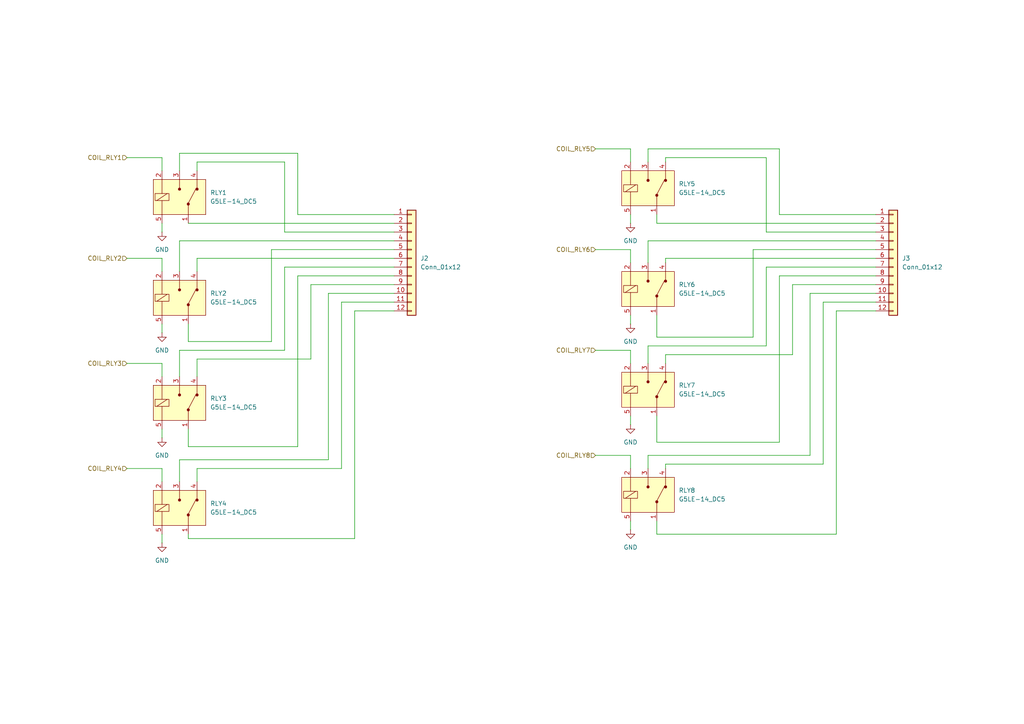
<source format=kicad_sch>
(kicad_sch (version 20231120) (generator "eeschema") (generator_version "8.0")
  (paper "A4")
  (lib_symbols
    (symbol "Connector_Generic:Conn_01x12" (pin_names (offset 1.016) hide)
      (property "Reference" "J" (at 0 15.24 0))
      (property "Value" "Conn_01x12" (at 0 -17.78 0))
      (symbol "Conn_01x12_1_1"
        (rectangle (start -1.27 -15.113) (end 0 -15.367) (stroke (width 0.1524)))
        (rectangle (start -1.27 -12.573) (end 0 -12.827) (stroke (width 0.1524)))
        (rectangle (start -1.27 -10.033) (end 0 -10.287) (stroke (width 0.1524)))
        (rectangle (start -1.27 -7.493) (end 0 -7.747) (stroke (width 0.1524)))
        (rectangle (start -1.27 -4.953) (end 0 -5.207) (stroke (width 0.1524)))
        (rectangle (start -1.27 -2.413) (end 0 -2.667) (stroke (width 0.1524)))
        (rectangle (start -1.27 0.127) (end 0 -0.127) (stroke (width 0.1524)))
        (rectangle (start -1.27 2.667) (end 0 2.413) (stroke (width 0.1524)))
        (rectangle (start -1.27 5.207) (end 0 4.953) (stroke (width 0.1524)))
        (rectangle (start -1.27 7.747) (end 0 7.493) (stroke (width 0.1524)))
        (rectangle (start -1.27 10.287) (end 0 10.033) (stroke (width 0.1524)))
        (rectangle (start -1.27 12.827) (end 0 12.573) (stroke (width 0.1524)))
        (rectangle (start -1.27 13.97) (end 1.27 -16.51) (stroke (width 0.254)) (fill (type background)))
        (pin passive line (at -5.08 12.7 0) (length 3.81) (name "Pin_1") (number "1"))
        (pin passive line (at -5.08 -10.16 0) (length 3.81) (name "Pin_10") (number "10"))
        (pin passive line (at -5.08 -12.7 0) (length 3.81) (name "Pin_11") (number "11"))
        (pin passive line (at -5.08 -15.24 0) (length 3.81) (name "Pin_12") (number "12"))
        (pin passive line (at -5.08 10.16 0) (length 3.81) (name "Pin_2") (number "2"))
        (pin passive line (at -5.08 7.62 0) (length 3.81) (name "Pin_3") (number "3"))
        (pin passive line (at -5.08 5.08 0) (length 3.81) (name "Pin_4") (number "4"))
        (pin passive line (at -5.08 2.54 0) (length 3.81) (name "Pin_5") (number "5"))
        (pin passive line (at -5.08 0 0) (length 3.81) (name "Pin_6") (number "6"))
        (pin passive line (at -5.08 -2.54 0) (length 3.81) (name "Pin_7") (number "7"))
        (pin passive line (at -5.08 -5.08 0) (length 3.81) (name "Pin_8") (number "8"))
        (pin passive line (at -5.08 -7.62 0) (length 3.81) (name "Pin_9") (number "9"))
      )
    )
    (symbol "dk_Power-Relays-Over-2-Amps:G5LE-14_DC5" (pin_names (offset 0) hide)
      (property "Reference" "RLY" (at -8.636 6.858 0))
      (property "Value" "G5LE-14_DC5" (at -8.89 5.08 90))
      (symbol "G5LE-14_DC5_0_1"
        (rectangle (start -7.62 5.08) (end 7.62 -5.08) (fill (type background)))
        (rectangle (start -7.112 1.016) (end -3.048 -1.016))
        (polyline (pts (xy -6.604 -1.016) (xy -3.556 1.016)))
        (polyline (pts (xy -5.08 -5.08) (xy -5.08 -1.016)))
        (polyline (pts (xy -5.08 5.08) (xy -5.08 1.016)))
        (polyline (pts (xy 0 5.08) (xy 0 2.54)))
        (polyline (pts (xy 2.54 -5.08) (xy 2.54 -2.286)))
        (polyline (pts (xy 2.54 -1.778) (xy 4.826 2.54)))
        (polyline (pts (xy 5.08 5.08) (xy 5.08 2.54)))
        (circle (center 0 2.286) (radius 0.3556) (fill (type outline)))
        (circle (center 2.54 -2.032) (radius 0.3556) (fill (type outline)))
        (circle (center 5.08 2.286) (radius 0.3556) (fill (type outline)))
      )
      (symbol "G5LE-14_DC5_1_1"
        (pin passive line (at 2.54 -7.62 90) (length 2.54) (name "COM") (number "1"))
        (pin passive line (at -5.08 7.62 270) (length 2.54) (name "COIL") (number "2"))
        (pin passive line (at 0 7.62 270) (length 2.54) (name "NO") (number "3"))
        (pin passive line (at 5.08 7.62 270) (length 2.54) (name "NC") (number "4"))
        (pin passive line (at -5.08 -7.62 90) (length 2.54) (name "COIL") (number "5"))
      )
    )
    (symbol "power:GND" (power) (pin_numbers hide) (pin_names (offset 0) hide)
      (property "Value" "GND" (at 0 -3.81 0))
      (symbol "GND_0_1"
        (polyline (pts (xy 0 0) (xy 0 -1.27) (xy 1.27 -1.27) (xy 0 -2.54) (xy -1.27 -1.27) (xy 0 -1.27)))
      )
      (symbol "GND_1_1"
        (pin power_in line (at 0 0 270) (length 0) (name "~") (number "1"))
      )
    )
  )
  (wire (pts (xy 78.74 72.39) (xy 114.3 72.39)))
  (wire (pts (xy 46.99 64.77) (xy 46.99 67.31)))
  (wire (pts (xy 190.5 64.77) (xy 254 64.77)))
  (wire (pts (xy 52.07 44.45) (xy 86.36 44.45)))
  (wire (pts (xy 187.96 69.85) (xy 187.96 76.2)))
  (wire (pts (xy 190.5 151.13) (xy 190.5 154.94)))
  (wire (pts (xy 172.72 132.08) (xy 182.88 132.08)))
  (wire (pts (xy 86.36 44.45) (xy 86.36 62.23)))
  (wire (pts (xy 187.96 100.33) (xy 222.25 100.33)))
  (wire (pts (xy 54.61 154.94) (xy 54.61 156.21)))
  (wire (pts (xy 226.06 43.18) (xy 226.06 62.23)))
  (wire (pts (xy 95.25 85.09) (xy 114.3 85.09)))
  (wire (pts (xy 218.44 97.79) (xy 218.44 72.39)))
  (wire (pts (xy 234.95 85.09) (xy 254 85.09)))
  (wire (pts (xy 226.06 80.01) (xy 254 80.01)))
  (wire (pts (xy 57.15 139.7) (xy 57.15 135.89)))
  (wire (pts (xy 226.06 62.23) (xy 254 62.23)))
  (wire (pts (xy 54.61 129.54) (xy 86.36 129.54)))
  (wire (pts (xy 36.83 74.93) (xy 46.99 74.93)))
  (wire (pts (xy 218.44 72.39) (xy 254 72.39)))
  (wire (pts (xy 57.15 109.22) (xy 57.15 104.14)))
  (wire (pts (xy 238.76 134.62) (xy 238.76 87.63)))
  (wire (pts (xy 82.55 67.31) (xy 114.3 67.31)))
  (wire (pts (xy 222.25 100.33) (xy 222.25 77.47)))
  (wire (pts (xy 46.99 135.89) (xy 46.99 139.7)))
  (wire (pts (xy 190.5 62.23) (xy 190.5 64.77)))
  (wire (pts (xy 238.76 87.63) (xy 254 87.63)))
  (wire (pts (xy 172.72 43.18) (xy 182.88 43.18)))
  (wire (pts (xy 102.87 90.17) (xy 114.3 90.17)))
  (wire (pts (xy 82.55 77.47) (xy 114.3 77.47)))
  (wire (pts (xy 190.5 97.79) (xy 218.44 97.79)))
  (wire (pts (xy 226.06 128.27) (xy 226.06 80.01)))
  (wire (pts (xy 57.15 74.93) (xy 114.3 74.93)))
  (wire (pts (xy 182.88 151.13) (xy 182.88 153.67)))
  (wire (pts (xy 193.04 45.72) (xy 222.25 45.72)))
  (wire (pts (xy 82.55 101.6) (xy 82.55 77.47)))
  (wire (pts (xy 187.96 43.18) (xy 226.06 43.18)))
  (wire (pts (xy 57.15 104.14) (xy 90.17 104.14)))
  (wire (pts (xy 242.57 90.17) (xy 254 90.17)))
  (wire (pts (xy 190.5 97.79) (xy 190.5 91.44)))
  (wire (pts (xy 52.07 78.74) (xy 52.07 69.85)))
  (wire (pts (xy 36.83 135.89) (xy 46.99 135.89)))
  (wire (pts (xy 182.88 91.44) (xy 182.88 93.98)))
  (wire (pts (xy 182.88 72.39) (xy 182.88 76.2)))
  (wire (pts (xy 36.83 105.41) (xy 46.99 105.41)))
  (wire (pts (xy 95.25 133.35) (xy 95.25 85.09)))
  (wire (pts (xy 182.88 120.65) (xy 182.88 123.19)))
  (wire (pts (xy 57.15 46.99) (xy 82.55 46.99)))
  (wire (pts (xy 82.55 46.99) (xy 82.55 67.31)))
  (wire (pts (xy 78.74 99.06) (xy 78.74 72.39)))
  (wire (pts (xy 90.17 104.14) (xy 90.17 82.55)))
  (wire (pts (xy 99.06 135.89) (xy 99.06 87.63)))
  (wire (pts (xy 187.96 69.85) (xy 254 69.85)))
  (wire (pts (xy 46.99 124.46) (xy 46.99 127)))
  (wire (pts (xy 46.99 45.72) (xy 46.99 49.53)))
  (wire (pts (xy 57.15 74.93) (xy 57.15 78.74)))
  (wire (pts (xy 99.06 87.63) (xy 114.3 87.63)))
  (wire (pts (xy 57.15 46.99) (xy 57.15 49.53)))
  (wire (pts (xy 86.36 129.54) (xy 86.36 80.01)))
  (wire (pts (xy 182.88 101.6) (xy 182.88 105.41)))
  (wire (pts (xy 193.04 102.87) (xy 229.87 102.87)))
  (wire (pts (xy 54.61 99.06) (xy 78.74 99.06)))
  (wire (pts (xy 193.04 74.93) (xy 193.04 76.2)))
  (wire (pts (xy 187.96 100.33) (xy 187.96 105.41)))
  (wire (pts (xy 86.36 62.23) (xy 114.3 62.23)))
  (wire (pts (xy 229.87 102.87) (xy 229.87 82.55)))
  (wire (pts (xy 54.61 93.98) (xy 54.61 99.06)))
  (wire (pts (xy 172.72 101.6) (xy 182.88 101.6)))
  (wire (pts (xy 193.04 102.87) (xy 193.04 105.41)))
  (wire (pts (xy 52.07 69.85) (xy 114.3 69.85)))
  (wire (pts (xy 52.07 109.22) (xy 52.07 101.6)))
  (wire (pts (xy 190.5 120.65) (xy 190.5 128.27)))
  (wire (pts (xy 54.61 124.46) (xy 54.61 129.54)))
  (wire (pts (xy 182.88 43.18) (xy 182.88 46.99)))
  (wire (pts (xy 52.07 101.6) (xy 82.55 101.6)))
  (wire (pts (xy 102.87 156.21) (xy 102.87 90.17)))
  (wire (pts (xy 190.5 154.94) (xy 242.57 154.94)))
  (wire (pts (xy 187.96 132.08) (xy 234.95 132.08)))
  (wire (pts (xy 46.99 74.93) (xy 46.99 78.74)))
  (wire (pts (xy 222.25 77.47) (xy 254 77.47)))
  (wire (pts (xy 222.25 45.72) (xy 222.25 67.31)))
  (wire (pts (xy 182.88 62.23) (xy 182.88 64.77)))
  (wire (pts (xy 229.87 82.55) (xy 254 82.55)))
  (wire (pts (xy 187.96 43.18) (xy 187.96 46.99)))
  (wire (pts (xy 57.15 135.89) (xy 99.06 135.89)))
  (wire (pts (xy 193.04 74.93) (xy 254 74.93)))
  (wire (pts (xy 182.88 132.08) (xy 182.88 135.89)))
  (wire (pts (xy 52.07 49.53) (xy 52.07 44.45)))
  (wire (pts (xy 54.61 156.21) (xy 102.87 156.21)))
  (wire (pts (xy 190.5 128.27) (xy 226.06 128.27)))
  (wire (pts (xy 86.36 80.01) (xy 114.3 80.01)))
  (wire (pts (xy 46.99 154.94) (xy 46.99 157.48)))
  (wire (pts (xy 90.17 82.55) (xy 114.3 82.55)))
  (wire (pts (xy 46.99 105.41) (xy 46.99 109.22)))
  (wire (pts (xy 36.83 45.72) (xy 46.99 45.72)))
  (wire (pts (xy 193.04 134.62) (xy 238.76 134.62)))
  (wire (pts (xy 193.04 134.62) (xy 193.04 135.89)))
  (wire (pts (xy 222.25 67.31) (xy 254 67.31)))
  (wire (pts (xy 193.04 45.72) (xy 193.04 46.99)))
  (wire (pts (xy 234.95 132.08) (xy 234.95 85.09)))
  (wire (pts (xy 52.07 139.7) (xy 52.07 133.35)))
  (wire (pts (xy 242.57 154.94) (xy 242.57 90.17)))
  (wire (pts (xy 52.07 133.35) (xy 95.25 133.35)))
  (wire (pts (xy 46.99 93.98) (xy 46.99 96.52)))
  (wire (pts (xy 54.61 64.77) (xy 114.3 64.77)))
  (wire (pts (xy 187.96 132.08) (xy 187.96 135.89)))
  (wire (pts (xy 172.72 72.39) (xy 182.88 72.39)))
  (hierarchical_label "COIL_RLY4" (shape input) (at 36.83 135.89 180))
  (hierarchical_label "COIL_RLY5" (shape input) (at 172.72 43.18 180))
  (hierarchical_label "COIL_RLY1" (shape input) (at 36.83 45.72 180))
  (hierarchical_label "COIL_RLY8" (shape input) (at 172.72 132.08 180))
  (hierarchical_label "COIL_RLY2" (shape input) (at 36.83 74.93 180))
  (hierarchical_label "COIL_RLY7" (shape input) (at 172.72 101.6 180))
  (hierarchical_label "COIL_RLY6" (shape input) (at 172.72 72.39 180))
  (hierarchical_label "COIL_RLY3" (shape input) (at 36.83 105.41 180))
  (symbol (lib_id "dk_Power-Relays-Over-2-Amps:G5LE-14_DC5") (at 52.07 57.15 0) (unit 1)
    (property "Reference" "RLY1" (at 60.96 55.8799 0) (effects (justify left)))
    (property "Value" "G5LE-14_DC5" (at 60.96 58.4199 0) (effects (justify left)))
    (property "Footprint" "digikey-footprints:Relay_THT_G5LE-14" (effects (hide yes)))
    (property "Datasheet" "https://omronfs.omron.com/en_US/ecb/products/pdf/en-g5le.pdf" (effects (hide yes)))
    (property "Description" "RELAY GEN PURPOSE SPDT 10A 5V" (effects (hide yes)))
    (property "Digi-Key_PN" "Z1011-ND" (effects (hide yes)))
    (property "MPN" "G5LE-14 DC5" (effects (hide yes)))
    (property "Category" "Relays" (effects (hide yes)))
    (property "Family" "Power Relays, Over 2 Amps" (effects (hide yes)))
    (property "DK_Datasheet_Link" "https://omronfs.omron.com/en_US/ecb/products/pdf/en-g5le.pdf" (effects (hide yes)))
    (property "DK_Detail_Page" "/product-detail/en/omron-electronics-inc-emc-div/G5LE-14-DC5/Z1011-ND/280371" (effects (hide yes)))
    (property "Description_1" "RELAY GEN PURPOSE SPDT 10A 5V" (effects (hide yes)))
    (property "Manufacturer" "Omron Electronics Inc-EMC Div" (effects (hide yes)))
    (property "Status" "Active" (effects (hide yes)))
  )
  (symbol (lib_id "power:GND") (at 182.88 123.19 0) (unit 1)
    (property "Reference" "#PWR021" (effects (hide yes)))
    (property "Value" "GND" (at 182.88 128.27 0))
    (property "Description" "Power symbol creates a global label with name \"GND\" , ground" (effects (hide yes)))
  )
  (symbol (lib_id "power:GND") (at 46.99 127 0) (unit 1)
    (property "Reference" "#PWR017" (effects (hide yes)))
    (property "Value" "GND" (at 46.99 132.08 0))
    (property "Description" "Power symbol creates a global label with name \"GND\" , ground" (effects (hide yes)))
  )
  (symbol (lib_id "power:GND") (at 182.88 64.77 0) (unit 1)
    (property "Reference" "#PWR019" (effects (hide yes)))
    (property "Value" "GND" (at 182.88 69.85 0))
    (property "Description" "Power symbol creates a global label with name \"GND\" , ground" (effects (hide yes)))
  )
  (symbol (lib_id "Connector_Generic:Conn_01x12") (at 119.38 74.93 0) (unit 1)
    (property "Reference" "J2" (at 121.92 74.9299 0) (effects (justify left)))
    (property "Value" "Conn_01x12" (at 121.92 77.4699 0) (effects (justify left)))
    (property "Footprint" "TERM BLK 12P SIDE ENTRY 5MM PCB:PHOENIX_1935268" (effects (hide yes)))
    (property "Description" "Generic connector, single row, 01x12, script generated (kicad-library-utils/schlib/autogen/connector/)" (effects (hide yes)))
  )
  (symbol (lib_id "power:GND") (at 46.99 157.48 0) (unit 1)
    (property "Reference" "#PWR018" (effects (hide yes)))
    (property "Value" "GND" (at 46.99 162.56 0))
    (property "Description" "Power symbol creates a global label with name \"GND\" , ground" (effects (hide yes)))
  )
  (symbol (lib_id "dk_Power-Relays-Over-2-Amps:G5LE-14_DC5") (at 187.96 113.03 0) (unit 1)
    (property "Reference" "RLY7" (at 196.85 111.7599 0) (effects (justify left)))
    (property "Value" "G5LE-14_DC5" (at 196.85 114.2999 0) (effects (justify left)))
    (property "Footprint" "digikey-footprints:Relay_THT_G5LE-14" (effects (hide yes)))
    (property "Datasheet" "https://omronfs.omron.com/en_US/ecb/products/pdf/en-g5le.pdf" (effects (hide yes)))
    (property "Description" "RELAY GEN PURPOSE SPDT 10A 5V" (effects (hide yes)))
    (property "Digi-Key_PN" "Z1011-ND" (effects (hide yes)))
    (property "MPN" "G5LE-14 DC5" (effects (hide yes)))
    (property "Category" "Relays" (effects (hide yes)))
    (property "Family" "Power Relays, Over 2 Amps" (effects (hide yes)))
    (property "DK_Datasheet_Link" "https://omronfs.omron.com/en_US/ecb/products/pdf/en-g5le.pdf" (effects (hide yes)))
    (property "DK_Detail_Page" "/product-detail/en/omron-electronics-inc-emc-div/G5LE-14-DC5/Z1011-ND/280371" (effects (hide yes)))
    (property "Description_1" "RELAY GEN PURPOSE SPDT 10A 5V" (effects (hide yes)))
    (property "Manufacturer" "Omron Electronics Inc-EMC Div" (effects (hide yes)))
    (property "Status" "Active" (effects (hide yes)))
  )
  (symbol (lib_id "dk_Power-Relays-Over-2-Amps:G5LE-14_DC5") (at 52.07 86.36 0) (unit 1)
    (property "Reference" "RLY2" (at 60.96 85.0899 0) (effects (justify left)))
    (property "Value" "G5LE-14_DC5" (at 60.96 87.6299 0) (effects (justify left)))
    (property "Footprint" "digikey-footprints:Relay_THT_G5LE-14" (effects (hide yes)))
    (property "Datasheet" "https://omronfs.omron.com/en_US/ecb/products/pdf/en-g5le.pdf" (effects (hide yes)))
    (property "Description" "RELAY GEN PURPOSE SPDT 10A 5V" (effects (hide yes)))
    (property "Digi-Key_PN" "Z1011-ND" (effects (hide yes)))
    (property "MPN" "G5LE-14 DC5" (effects (hide yes)))
    (property "Category" "Relays" (effects (hide yes)))
    (property "Family" "Power Relays, Over 2 Amps" (effects (hide yes)))
    (property "DK_Datasheet_Link" "https://omronfs.omron.com/en_US/ecb/products/pdf/en-g5le.pdf" (effects (hide yes)))
    (property "DK_Detail_Page" "/product-detail/en/omron-electronics-inc-emc-div/G5LE-14-DC5/Z1011-ND/280371" (effects (hide yes)))
    (property "Description_1" "RELAY GEN PURPOSE SPDT 10A 5V" (effects (hide yes)))
    (property "Manufacturer" "Omron Electronics Inc-EMC Div" (effects (hide yes)))
    (property "Status" "Active" (effects (hide yes)))
  )
  (symbol (lib_id "power:GND") (at 182.88 93.98 0) (unit 1)
    (property "Reference" "#PWR020" (effects (hide yes)))
    (property "Value" "GND" (at 182.88 99.06 0))
    (property "Description" "Power symbol creates a global label with name \"GND\" , ground" (effects (hide yes)))
  )
  (symbol (lib_id "dk_Power-Relays-Over-2-Amps:G5LE-14_DC5") (at 52.07 116.84 0) (unit 1)
    (property "Reference" "RLY3" (at 60.96 115.5699 0) (effects (justify left)))
    (property "Value" "G5LE-14_DC5" (at 60.96 118.1099 0) (effects (justify left)))
    (property "Footprint" "digikey-footprints:Relay_THT_G5LE-14" (effects (hide yes)))
    (property "Datasheet" "https://omronfs.omron.com/en_US/ecb/products/pdf/en-g5le.pdf" (effects (hide yes)))
    (property "Description" "RELAY GEN PURPOSE SPDT 10A 5V" (effects (hide yes)))
    (property "Digi-Key_PN" "Z1011-ND" (effects (hide yes)))
    (property "MPN" "G5LE-14 DC5" (effects (hide yes)))
    (property "Category" "Relays" (effects (hide yes)))
    (property "Family" "Power Relays, Over 2 Amps" (effects (hide yes)))
    (property "DK_Datasheet_Link" "https://omronfs.omron.com/en_US/ecb/products/pdf/en-g5le.pdf" (effects (hide yes)))
    (property "DK_Detail_Page" "/product-detail/en/omron-electronics-inc-emc-div/G5LE-14-DC5/Z1011-ND/280371" (effects (hide yes)))
    (property "Description_1" "RELAY GEN PURPOSE SPDT 10A 5V" (effects (hide yes)))
    (property "Manufacturer" "Omron Electronics Inc-EMC Div" (effects (hide yes)))
    (property "Status" "Active" (effects (hide yes)))
  )
  (symbol (lib_id "power:GND") (at 46.99 67.31 0) (unit 1)
    (property "Reference" "#PWR015" (effects (hide yes)))
    (property "Value" "GND" (at 46.99 72.39 0))
    (property "Description" "Power symbol creates a global label with name \"GND\" , ground" (effects (hide yes)))
  )
  (symbol (lib_id "dk_Power-Relays-Over-2-Amps:G5LE-14_DC5") (at 52.07 147.32 0) (unit 1)
    (property "Reference" "RLY4" (at 60.96 146.0499 0) (effects (justify left)))
    (property "Value" "G5LE-14_DC5" (at 60.96 148.5899 0) (effects (justify left)))
    (property "Footprint" "digikey-footprints:Relay_THT_G5LE-14" (effects (hide yes)))
    (property "Datasheet" "https://omronfs.omron.com/en_US/ecb/products/pdf/en-g5le.pdf" (effects (hide yes)))
    (property "Description" "RELAY GEN PURPOSE SPDT 10A 5V" (effects (hide yes)))
    (property "Digi-Key_PN" "Z1011-ND" (effects (hide yes)))
    (property "MPN" "G5LE-14 DC5" (effects (hide yes)))
    (property "Category" "Relays" (effects (hide yes)))
    (property "Family" "Power Relays, Over 2 Amps" (effects (hide yes)))
    (property "DK_Datasheet_Link" "https://omronfs.omron.com/en_US/ecb/products/pdf/en-g5le.pdf" (effects (hide yes)))
    (property "DK_Detail_Page" "/product-detail/en/omron-electronics-inc-emc-div/G5LE-14-DC5/Z1011-ND/280371" (effects (hide yes)))
    (property "Description_1" "RELAY GEN PURPOSE SPDT 10A 5V" (effects (hide yes)))
    (property "Manufacturer" "Omron Electronics Inc-EMC Div" (effects (hide yes)))
    (property "Status" "Active" (effects (hide yes)))
  )
  (symbol (lib_id "dk_Power-Relays-Over-2-Amps:G5LE-14_DC5") (at 187.96 54.61 0) (unit 1)
    (property "Reference" "RLY5" (at 196.85 53.3399 0) (effects (justify left)))
    (property "Value" "G5LE-14_DC5" (at 196.85 55.8799 0) (effects (justify left)))
    (property "Footprint" "digikey-footprints:Relay_THT_G5LE-14" (effects (hide yes)))
    (property "Datasheet" "https://omronfs.omron.com/en_US/ecb/products/pdf/en-g5le.pdf" (effects (hide yes)))
    (property "Description" "RELAY GEN PURPOSE SPDT 10A 5V" (effects (hide yes)))
    (property "Digi-Key_PN" "Z1011-ND" (effects (hide yes)))
    (property "MPN" "G5LE-14 DC5" (effects (hide yes)))
    (property "Category" "Relays" (effects (hide yes)))
    (property "Family" "Power Relays, Over 2 Amps" (effects (hide yes)))
    (property "DK_Datasheet_Link" "https://omronfs.omron.com/en_US/ecb/products/pdf/en-g5le.pdf" (effects (hide yes)))
    (property "DK_Detail_Page" "/product-detail/en/omron-electronics-inc-emc-div/G5LE-14-DC5/Z1011-ND/280371" (effects (hide yes)))
    (property "Description_1" "RELAY GEN PURPOSE SPDT 10A 5V" (effects (hide yes)))
    (property "Manufacturer" "Omron Electronics Inc-EMC Div" (effects (hide yes)))
    (property "Status" "Active" (effects (hide yes)))
  )
  (symbol (lib_id "dk_Power-Relays-Over-2-Amps:G5LE-14_DC5") (at 187.96 143.51 0) (unit 1)
    (property "Reference" "RLY8" (at 196.85 142.2399 0) (effects (justify left)))
    (property "Value" "G5LE-14_DC5" (at 196.85 144.7799 0) (effects (justify left)))
    (property "Footprint" "digikey-footprints:Relay_THT_G5LE-14" (effects (hide yes)))
    (property "Datasheet" "https://omronfs.omron.com/en_US/ecb/products/pdf/en-g5le.pdf" (effects (hide yes)))
    (property "Description" "RELAY GEN PURPOSE SPDT 10A 5V" (effects (hide yes)))
    (property "Digi-Key_PN" "Z1011-ND" (effects (hide yes)))
    (property "MPN" "G5LE-14 DC5" (effects (hide yes)))
    (property "Category" "Relays" (effects (hide yes)))
    (property "Family" "Power Relays, Over 2 Amps" (effects (hide yes)))
    (property "DK_Datasheet_Link" "https://omronfs.omron.com/en_US/ecb/products/pdf/en-g5le.pdf" (effects (hide yes)))
    (property "DK_Detail_Page" "/product-detail/en/omron-electronics-inc-emc-div/G5LE-14-DC5/Z1011-ND/280371" (effects (hide yes)))
    (property "Description_1" "RELAY GEN PURPOSE SPDT 10A 5V" (effects (hide yes)))
    (property "Manufacturer" "Omron Electronics Inc-EMC Div" (effects (hide yes)))
    (property "Status" "Active" (effects (hide yes)))
  )
  (symbol (lib_id "power:GND") (at 46.99 96.52 0) (unit 1)
    (property "Reference" "#PWR016" (effects (hide yes)))
    (property "Value" "GND" (at 46.99 101.6 0))
    (property "Description" "Power symbol creates a global label with name \"GND\" , ground" (effects (hide yes)))
  )
  (symbol (lib_id "power:GND") (at 182.88 153.67 0) (unit 1)
    (property "Reference" "#PWR022" (effects (hide yes)))
    (property "Value" "GND" (at 182.88 158.75 0))
    (property "Description" "Power symbol creates a global label with name \"GND\" , ground" (effects (hide yes)))
  )
  (symbol (lib_id "Connector_Generic:Conn_01x12") (at 259.08 74.93 0) (unit 1)
    (property "Reference" "J3" (at 261.62 74.9299 0) (effects (justify left)))
    (property "Value" "Conn_01x12" (at 261.62 77.4699 0) (effects (justify left)))
    (property "Footprint" "TERM BLK 12P SIDE ENTRY 5MM PCB:PHOENIX_1935268" (effects (hide yes)))
    (property "Description" "Generic connector, single row, 01x12, script generated (kicad-library-utils/schlib/autogen/connector/)" (effects (hide yes)))
  )
  (symbol (lib_id "dk_Power-Relays-Over-2-Amps:G5LE-14_DC5") (at 187.96 83.82 0) (unit 1)
    (property "Reference" "RLY6" (at 196.85 82.5499 0) (effects (justify left)))
    (property "Value" "G5LE-14_DC5" (at 196.85 85.0899 0) (effects (justify left)))
    (property "Footprint" "digikey-footprints:Relay_THT_G5LE-14" (effects (hide yes)))
    (property "Datasheet" "https://omronfs.omron.com/en_US/ecb/products/pdf/en-g5le.pdf" (effects (hide yes)))
    (property "Description" "RELAY GEN PURPOSE SPDT 10A 5V" (effects (hide yes)))
    (property "Digi-Key_PN" "Z1011-ND" (effects (hide yes)))
    (property "MPN" "G5LE-14 DC5" (effects (hide yes)))
    (property "Category" "Relays" (effects (hide yes)))
    (property "Family" "Power Relays, Over 2 Amps" (effects (hide yes)))
    (property "DK_Datasheet_Link" "https://omronfs.omron.com/en_US/ecb/products/pdf/en-g5le.pdf" (effects (hide yes)))
    (property "DK_Detail_Page" "/product-detail/en/omron-electronics-inc-emc-div/G5LE-14-DC5/Z1011-ND/280371" (effects (hide yes)))
    (property "Description_1" "RELAY GEN PURPOSE SPDT 10A 5V" (effects (hide yes)))
    (property "Manufacturer" "Omron Electronics Inc-EMC Div" (effects (hide yes)))
    (property "Status" "Active" (effects (hide yes)))
  )
)
</source>
